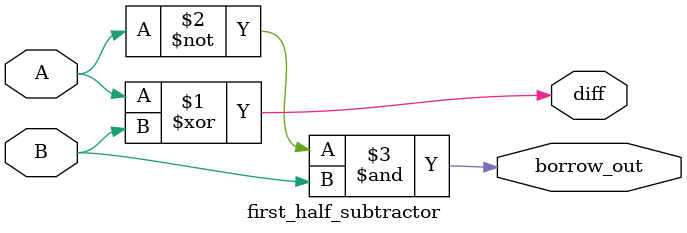
<source format=v>
`timescale 1ns / 1ps


module first_half_subtractor(
    input A, B,
	output diff, borrow_out
    );
    
    assign diff = A ^ B;
    assign borrow_out = ~A & B;
    
endmodule

</source>
